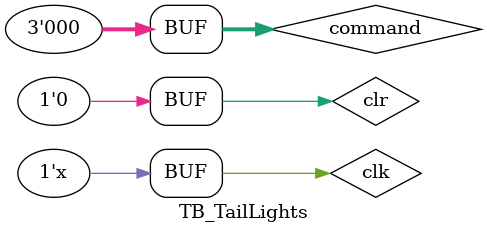
<source format=v>
module TB_TailLights();
parameter DELY=50000000;
reg [2:0] command;reg clr,clk;wire [1:0] light;
wire clk_div;
TailLights i1(.command(command),.clk(clk),.clr(clr),.light(light));
Even_Divider i2(.clk(clk),.clr(clr),.clk_div(clk_div));
always begin #(DELY/2);clk<=~clk;end
initial begin
clk<=1;clr<=1;#(DELY);command<=3'd0;clr<=0;#DELY;//³õÊ¼»¯
command = 3'd1;#(DELY*4);
command = 3'd0;#(DELY*4);
command = 3'd2;#(DELY*4);
command = 3'd0;#(DELY*4);
command = 3'd3;#(DELY*4);
command = 3'd0;#(DELY*4);
command = 3'd4;#(DELY*4);
command = 3'd0;#(DELY*4);
command = 3'd1;#(DELY*4);
command = 3'd0;#(DELY*4);
command = 3'd2;#(DELY*4);
command = 3'd0;#(DELY*4);
command = 3'd3;#(DELY*4);
command = 3'd0;#(DELY*4);
command = 3'd4;#(DELY*4);
command = 3'd0;#(DELY*4);
command = 3'd0;#(DELY*4);
end
endmodule
</source>
